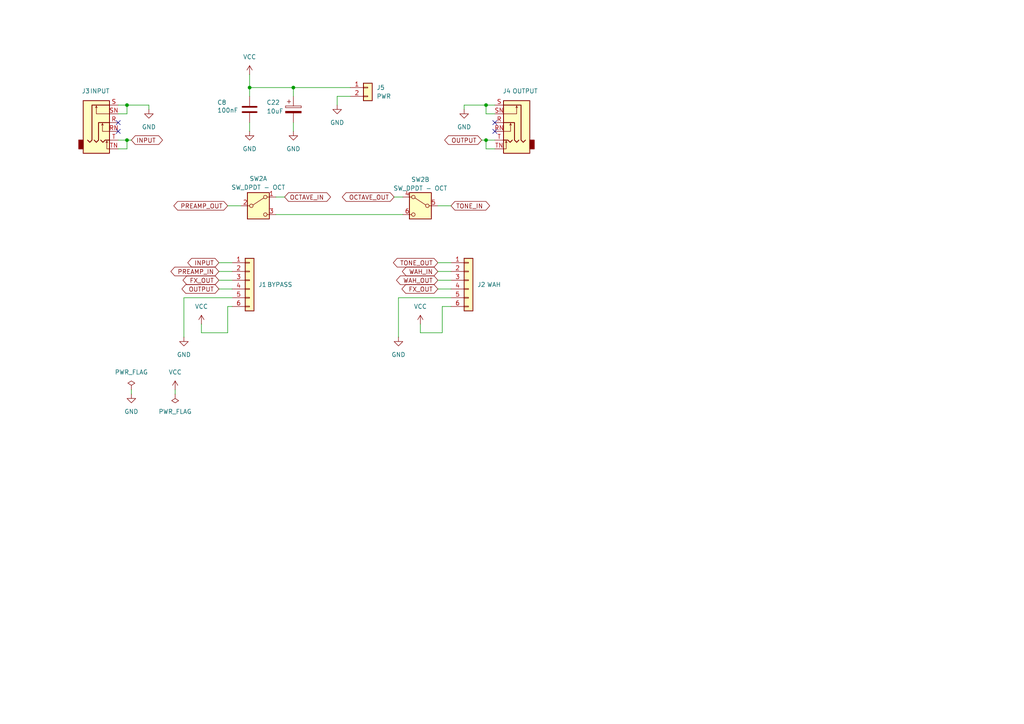
<source format=kicad_sch>
(kicad_sch (version 20250114) (generator "eeschema") (generator_version "9.0")
  (paper "A4")
  (lib_symbols
    (symbol "Connector_Audio:AudioJack3_Switch"
      (property "Reference" "J" (at 0 11.43 0))
      (property "Value" "AudioJack3_Switch" (at 0 8.89 0))
      (symbol "AudioJack3_Switch_0_1"
        (rectangle (start -5.08 -5.08) (end -6.35 -7.62) (stroke (width 0.254)) (fill (type outline)))
        (polyline (pts (xy -1.905 -5.08) (xy -1.27 -5.715) (xy -0.635 -5.08) (xy -0.635 0) (xy 2.54 0)) (stroke (width 0.254)))
        (polyline (pts (xy -1.27 4.826) (xy -1.016 4.318)))
        (polyline (pts (xy 0 -5.08) (xy 0.635 -5.715) (xy 1.27 -5.08) (xy 2.54 -5.08)) (stroke (width 0.254)))
        (polyline (pts (xy 0.508 -0.254) (xy 0.762 -0.762)))
        (polyline (pts (xy 1.778 -5.334) (xy 2.032 -5.842)))
        (rectangle (start 2.54 6.35) (end -5.08 -8.89) (stroke (width 0.254)) (fill (type background)))
        (polyline (pts (xy 2.54 5.08) (xy -2.54 5.08) (xy -2.54 -5.08) (xy -3.175 -5.715) (xy -3.81 -5.08)) (stroke (width 0.254)))
        (polyline (pts (xy 2.54 2.54) (xy -1.27 2.54) (xy -1.27 4.826) (xy -1.524 4.318)))
        (polyline (pts (xy 2.54 -2.54) (xy 0.508 -2.54) (xy 0.508 -0.254) (xy 0.254 -0.762)))
        (polyline (pts (xy 2.54 -7.62) (xy 1.778 -7.62) (xy 1.778 -5.334) (xy 1.524 -5.842)))
      )
      (symbol "AudioJack3_Switch_1_1"
        (pin passive line (at 5.08 5.08 180) (length 2.54) (name "~") (number "S"))
        (pin passive line (at 5.08 2.54 180) (length 2.54) (name "~") (number "SN"))
        (pin passive line (at 5.08 0 180) (length 2.54) (name "~") (number "R"))
        (pin passive line (at 5.08 -2.54 180) (length 2.54) (name "~") (number "RN"))
        (pin passive line (at 5.08 -5.08 180) (length 2.54) (name "~") (number "T"))
        (pin passive line (at 5.08 -7.62 180) (length 2.54) (name "~") (number "TN"))
      )
    )
    (symbol "Connector_Generic:Conn_01x02" (pin_names (offset 1.016) (hide yes))
      (property "Reference" "J" (at 0 2.54 0))
      (property "Value" "Conn_01x02" (at 0 -5.08 0))
      (symbol "Conn_01x02_1_1"
        (rectangle (start -1.27 1.27) (end 1.27 -3.81) (stroke (width 0.254)) (fill (type background)))
        (rectangle (start -1.27 0.127) (end 0 -0.127) (stroke (width 0.1524)))
        (rectangle (start -1.27 -2.413) (end 0 -2.667) (stroke (width 0.1524)))
        (pin passive line (at -5.08 0 0) (length 3.81) (name "Pin_1") (number "1"))
        (pin passive line (at -5.08 -2.54 0) (length 3.81) (name "Pin_2") (number "2"))
      )
    )
    (symbol "Connector_Generic:Conn_01x06" (pin_names (offset 1.016) (hide yes))
      (property "Reference" "J" (at 0 7.62 0))
      (property "Value" "Conn_01x06" (at 0 -10.16 0))
      (symbol "Conn_01x06_1_1"
        (rectangle (start -1.27 6.35) (end 1.27 -8.89) (stroke (width 0.254)) (fill (type background)))
        (rectangle (start -1.27 5.207) (end 0 4.953) (stroke (width 0.1524)))
        (rectangle (start -1.27 2.667) (end 0 2.413) (stroke (width 0.1524)))
        (rectangle (start -1.27 0.127) (end 0 -0.127) (stroke (width 0.1524)))
        (rectangle (start -1.27 -2.413) (end 0 -2.667) (stroke (width 0.1524)))
        (rectangle (start -1.27 -4.953) (end 0 -5.207) (stroke (width 0.1524)))
        (rectangle (start -1.27 -7.493) (end 0 -7.747) (stroke (width 0.1524)))
        (pin passive line (at -5.08 5.08 0) (length 3.81) (name "Pin_1") (number "1"))
        (pin passive line (at -5.08 2.54 0) (length 3.81) (name "Pin_2") (number "2"))
        (pin passive line (at -5.08 0 0) (length 3.81) (name "Pin_3") (number "3"))
        (pin passive line (at -5.08 -2.54 0) (length 3.81) (name "Pin_4") (number "4"))
        (pin passive line (at -5.08 -5.08 0) (length 3.81) (name "Pin_5") (number "5"))
        (pin passive line (at -5.08 -7.62 0) (length 3.81) (name "Pin_6") (number "6"))
      )
    )
    (symbol "Device:C" (pin_numbers (hide yes)) (pin_names (offset 0.254))
      (property "Reference" "C" (at 0.635 2.54 0))
      (property "Value" "C" (at 0.635 -2.54 0))
      (symbol "C_0_1"
        (polyline (pts (xy -2.032 0.762) (xy 2.032 0.762)) (stroke (width 0.508)))
        (polyline (pts (xy -2.032 -0.762) (xy 2.032 -0.762)) (stroke (width 0.508)))
      )
      (symbol "C_1_1"
        (pin passive line (at 0 3.81 270) (length 2.794) (name "~") (number "1"))
        (pin passive line (at 0 -3.81 90) (length 2.794) (name "~") (number "2"))
      )
    )
    (symbol "Device:C_Polarized" (pin_numbers (hide yes)) (pin_names (offset 0.254))
      (property "Reference" "C" (at 0.635 2.54 0))
      (property "Value" "C_Polarized" (at 0.635 -2.54 0))
      (symbol "C_Polarized_0_1"
        (rectangle (start -2.286 0.508) (end 2.286 1.016))
        (polyline (pts (xy -1.778 2.286) (xy -0.762 2.286)))
        (polyline (pts (xy -1.27 2.794) (xy -1.27 1.778)))
        (rectangle (start 2.286 -0.508) (end -2.286 -1.016) (fill (type outline)))
      )
      (symbol "C_Polarized_1_1"
        (pin passive line (at 0 3.81 270) (length 2.794) (name "~") (number "1"))
        (pin passive line (at 0 -3.81 90) (length 2.794) (name "~") (number "2"))
      )
    )
    (symbol "Switch:SW_DPDT_x2" (pin_names (offset 0) (hide yes))
      (property "Reference" "SW" (at 0 5.08 0))
      (property "Value" "SW_DPDT_x2" (at 0 -5.08 0))
      (symbol "SW_DPDT_x2_0_0"
        (circle (center -2.032 0) (radius 0.508))
        (circle (center 2.032 -2.54) (radius 0.508))
      )
      (symbol "SW_DPDT_x2_0_1"
        (rectangle (start -3.175 3.81) (end 3.175 -3.81) (stroke (width 0.254)) (fill (type background)))
        (polyline (pts (xy -1.524 0.254) (xy 1.5748 2.286)))
        (circle (center 2.032 2.54) (radius 0.508))
      )
      (symbol "SW_DPDT_x2_1_1"
        (pin passive line (at -5.08 0 0) (length 2.54) (name "B") (number "2"))
        (pin passive line (at 5.08 2.54 180) (length 2.54) (name "A") (number "1"))
        (pin passive line (at 5.08 -2.54 180) (length 2.54) (name "C") (number "3"))
      )
      (symbol "SW_DPDT_x2_2_1"
        (pin passive line (at -5.08 0 0) (length 2.54) (name "B") (number "5"))
        (pin passive line (at 5.08 2.54 180) (length 2.54) (name "A") (number "4"))
        (pin passive line (at 5.08 -2.54 180) (length 2.54) (name "C") (number "6"))
      )
    )
    (symbol "power:GND" (power) (pin_numbers (hide yes)) (pin_names (offset 0) (hide yes))
      (property "Value" "GND" (at 0 -3.81 0))
      (symbol "GND_0_1"
        (polyline (pts (xy 0 0) (xy 0 -1.27) (xy 1.27 -1.27) (xy 0 -2.54) (xy -1.27 -1.27) (xy 0 -1.27)))
      )
      (symbol "GND_1_1"
        (pin power_in line (at 0 0 270) (length 0) (name "~") (number "1"))
      )
    )
    (symbol "power:PWR_FLAG" (power) (pin_numbers (hide yes)) (pin_names (offset 0) (hide yes))
      (property "Value" "PWR_FLAG" (at 0 3.81 0))
      (symbol "PWR_FLAG_0_0"
        (pin power_out line (at 0 0 90) (length 0) (name "~") (number "1"))
      )
      (symbol "PWR_FLAG_0_1"
        (polyline (pts (xy 0 0) (xy 0 1.27) (xy -1.016 1.905) (xy 0 2.54) (xy 1.016 1.905) (xy 0 1.27)))
      )
    )
    (symbol "power:VCC" (power) (pin_numbers (hide yes)) (pin_names (offset 0) (hide yes))
      (property "Value" "VCC" (at 0 3.556 0))
      (symbol "VCC_0_1"
        (polyline (pts (xy -0.762 1.27) (xy 0 2.54)))
        (polyline (pts (xy 0 2.54) (xy 0.762 1.27)))
        (polyline (pts (xy 0 0) (xy 0 2.54)))
      )
      (symbol "VCC_1_1"
        (pin power_in line (at 0 0 90) (length 0) (name "~") (number "1"))
      )
    )
  )
  (junction (at 36.83 30.48))
  (junction (at 72.39 25.4))
  (junction (at 140.97 30.48))
  (junction (at 85.09 25.4))
  (junction (at 36.83 40.64))
  (junction (at 140.97 40.64))
  (no_connect (at 34.29 35.56))
  (no_connect (at 143.51 35.56))
  (no_connect (at 143.51 38.1))
  (no_connect (at 34.29 38.1))
  (wire (pts (xy 140.97 30.48) (xy 134.62 30.48)))
  (wire (pts (xy 143.51 30.48) (xy 140.97 30.48)))
  (wire (pts (xy 143.51 40.64) (xy 140.97 40.64)))
  (wire (pts (xy 134.62 30.48) (xy 134.62 31.75)))
  (wire (pts (xy 115.57 86.36) (xy 115.57 97.79)))
  (wire (pts (xy 50.8 113.03) (xy 50.8 114.3)))
  (wire (pts (xy 66.04 59.69) (xy 69.85 59.69)))
  (wire (pts (xy 80.01 57.15) (xy 82.55 57.15)))
  (wire (pts (xy 143.51 33.02) (xy 140.97 33.02)))
  (wire (pts (xy 72.39 21.59) (xy 72.39 25.4)))
  (wire (pts (xy 53.34 86.36) (xy 53.34 97.79)))
  (wire (pts (xy 66.04 96.52) (xy 66.04 88.9)))
  (wire (pts (xy 85.09 25.4) (xy 85.09 27.94)))
  (wire (pts (xy 101.6 27.94) (xy 97.79 27.94)))
  (wire (pts (xy 58.42 96.52) (xy 66.04 96.52)))
  (wire (pts (xy 36.83 30.48) (xy 43.18 30.48)))
  (wire (pts (xy 53.34 86.36) (xy 67.31 86.36)))
  (wire (pts (xy 143.51 43.18) (xy 140.97 43.18)))
  (wire (pts (xy 128.27 88.9) (xy 128.27 96.52)))
  (wire (pts (xy 121.92 96.52) (xy 121.92 93.98)))
  (wire (pts (xy 114.3 57.15) (xy 116.84 57.15)))
  (wire (pts (xy 34.29 43.18) (xy 36.83 43.18)))
  (wire (pts (xy 43.18 30.48) (xy 43.18 31.75)))
  (wire (pts (xy 36.83 40.64) (xy 38.1 40.64)))
  (wire (pts (xy 72.39 25.4) (xy 85.09 25.4)))
  (wire (pts (xy 85.09 25.4) (xy 101.6 25.4)))
  (wire (pts (xy 34.29 33.02) (xy 36.83 33.02)))
  (wire (pts (xy 128.27 96.52) (xy 121.92 96.52)))
  (wire (pts (xy 34.29 40.64) (xy 36.83 40.64)))
  (wire (pts (xy 130.81 88.9) (xy 128.27 88.9)))
  (wire (pts (xy 127 59.69) (xy 130.81 59.69)))
  (wire (pts (xy 80.01 62.23) (xy 116.84 62.23)))
  (wire (pts (xy 66.04 88.9) (xy 67.31 88.9)))
  (wire (pts (xy 115.57 86.36) (xy 130.81 86.36)))
  (wire (pts (xy 34.29 30.48) (xy 36.83 30.48)))
  (wire (pts (xy 140.97 43.18) (xy 140.97 40.64)))
  (wire (pts (xy 63.5 81.28) (xy 67.31 81.28)))
  (wire (pts (xy 85.09 35.56) (xy 85.09 38.1)))
  (wire (pts (xy 72.39 35.56) (xy 72.39 38.1)))
  (wire (pts (xy 140.97 33.02) (xy 140.97 30.48)))
  (wire (pts (xy 63.5 78.74) (xy 67.31 78.74)))
  (wire (pts (xy 97.79 27.94) (xy 97.79 30.48)))
  (wire (pts (xy 63.5 76.2) (xy 67.31 76.2)))
  (wire (pts (xy 36.83 33.02) (xy 36.83 30.48)))
  (wire (pts (xy 127 81.28) (xy 130.81 81.28)))
  (wire (pts (xy 140.97 40.64) (xy 139.7 40.64)))
  (wire (pts (xy 127 83.82) (xy 130.81 83.82)))
  (wire (pts (xy 63.5 83.82) (xy 67.31 83.82)))
  (wire (pts (xy 36.83 43.18) (xy 36.83 40.64)))
  (wire (pts (xy 127 76.2) (xy 130.81 76.2)))
  (wire (pts (xy 127 78.74) (xy 130.81 78.74)))
  (wire (pts (xy 58.42 93.98) (xy 58.42 96.52)))
  (wire (pts (xy 38.1 113.03) (xy 38.1 114.3)))
  (wire (pts (xy 72.39 27.94) (xy 72.39 25.4)))
  (global_label "OCTAVE_IN" (shape bidirectional) (at 82.55 57.15 0) (property "Intersheetrefs" "${INTERSHEET_REFS}" (effects (hide yes))))
  (global_label "PREAMP_IN" (shape bidirectional) (at 63.5 78.74 180) (property "Intersheetrefs" "${INTERSHEET_REFS}" (effects (hide yes))))
  (global_label "INPUT" (shape bidirectional) (at 38.1 40.64 0) (property "Intersheetrefs" "${INTERSHEET_REFS}" (effects (hide yes))))
  (global_label "TONE_IN" (shape bidirectional) (at 130.81 59.69 0) (property "Intersheetrefs" "${INTERSHEET_REFS}" (effects (hide yes))))
  (global_label "INPUT" (shape bidirectional) (at 63.5 76.2 180) (property "Intersheetrefs" "${INTERSHEET_REFS}" (effects (hide yes))))
  (global_label "OUTPUT" (shape bidirectional) (at 63.5 83.82 180) (property "Intersheetrefs" "${INTERSHEET_REFS}" (effects (hide yes))))
  (global_label "OUTPUT" (shape bidirectional) (at 139.7 40.64 180) (property "Intersheetrefs" "${INTERSHEET_REFS}" (effects (hide yes))))
  (global_label "WAH_IN" (shape bidirectional) (at 127 78.74 180) (property "Intersheetrefs" "${INTERSHEET_REFS}" (effects (hide yes))))
  (global_label "WAH_OUT" (shape bidirectional) (at 127 81.28 180) (property "Intersheetrefs" "${INTERSHEET_REFS}" (effects (hide yes))))
  (global_label "TONE_OUT" (shape bidirectional) (at 127 76.2 180) (property "Intersheetrefs" "${INTERSHEET_REFS}" (effects (hide yes))))
  (global_label "OCTAVE_OUT" (shape bidirectional) (at 114.3 57.15 180) (property "Intersheetrefs" "${INTERSHEET_REFS}" (effects (hide yes))))
  (global_label "FX_OUT" (shape bidirectional) (at 63.5 81.28 180) (property "Intersheetrefs" "${INTERSHEET_REFS}" (effects (hide yes))))
  (global_label "FX_OUT" (shape bidirectional) (at 127 83.82 180) (property "Intersheetrefs" "${INTERSHEET_REFS}" (effects (hide yes))))
  (global_label "PREAMP_OUT" (shape bidirectional) (at 66.04 59.69 180) (property "Intersheetrefs" "${INTERSHEET_REFS}" (effects (hide yes))))
  (symbol (lib_id "power:PWR_FLAG") (at 38.1 113.03 0) (unit 1)
    (property "Reference" "#FLG01" (effects (hide yes)))
    (property "Value" "PWR_FLAG" (at 38.1 107.95 0))
    (property "Description" "Special symbol for telling ERC where power comes from" (effects (hide yes)))
  )
  (symbol (lib_id "Connector_Generic:Conn_01x02") (at 106.68 25.4 0) (unit 1)
    (property "Reference" "J5" (at 109.22 25.3999 0) (effects (justify left)))
    (property "Value" "PWR" (at 109.22 27.9399 0) (effects (justify left)))
    (property "Footprint" "Connector_PinHeader_2.54mm:PinHeader_1x02_P2.54mm_Vertical" (effects (hide yes)))
    (property "Description" "Generic connector, single row, 01x02, script generated (kicad-library-utils/schlib/autogen/connector/)" (effects (hide yes)))
  )
  (symbol (lib_id "Device:C") (at 72.39 31.75 0) (unit 1)
    (property "Reference" "C8" (at 62.992 29.718 0) (effects (justify left)))
    (property "Value" "100nF" (at 62.992 32.004 0) (effects (justify left)))
    (property "Footprint" "Capacitor_THT:C_Disc_D5.1mm_W3.2mm_P5.00mm" (effects (hide yes)))
  )
  (symbol (lib_id "Connector_Audio:AudioJack3_Switch") (at 29.21 35.56 0) (unit 1)
    (property "Reference" "J3" (at 24.892 26.416 0))
    (property "Value" "INPUT" (at 28.956 26.416 0))
    (property "Footprint" "Connector_Audio:Jack_6.35mm_Neutrik_NMJ6HCD3_Horizontal" (effects (hide yes)))
    (property "Description" "Audio Jack, 3 Poles (Stereo / TRS), Switched Poles (Normalling)" (effects (hide yes)))
  )
  (symbol (lib_id "power:VCC") (at 72.39 21.59 0) (unit 1)
    (property "Reference" "#PWR039" (effects (hide yes)))
    (property "Value" "VCC" (at 72.39 16.51 0))
    (property "Description" "Power symbol creates a global label with name \"VCC\"" (effects (hide yes)))
  )
  (symbol (lib_id "Connector_Generic:Conn_01x06") (at 135.89 81.28 0) (unit 1)
    (property "Reference" "J2" (at 138.43 82.5499 0) (effects (justify left)))
    (property "Value" "WAH" (at 141.224 82.55 0) (effects (justify left)))
    (property "Footprint" "Connector_PinHeader_2.54mm:PinHeader_1x06_P2.54mm_Vertical" (effects (hide yes)))
    (property "Description" "Generic connector, single row, 01x06, script generated (kicad-library-utils/schlib/autogen/connector/)" (effects (hide yes)))
  )
  (symbol (lib_id "power:GND") (at 72.39 38.1 0) (mirror y) (unit 1)
    (property "Reference" "#PWR050" (effects (hide yes)))
    (property "Value" "GND" (at 72.39 43.18 0))
    (property "Description" "Power symbol creates a global label with name \"GND\" , ground" (effects (hide yes)))
  )
  (symbol (lib_id "power:GND") (at 85.09 38.1 0) (mirror y) (unit 1)
    (property "Reference" "#PWR049" (effects (hide yes)))
    (property "Value" "GND" (at 85.09 43.18 0))
    (property "Description" "Power symbol creates a global label with name \"GND\" , ground" (effects (hide yes)))
  )
  (symbol (lib_id "power:PWR_FLAG") (at 50.8 114.3 180) (unit 1)
    (property "Reference" "#FLG02" (effects (hide yes)))
    (property "Value" "PWR_FLAG" (at 50.8 119.38 0))
    (property "Description" "Special symbol for telling ERC where power comes from" (effects (hide yes)))
  )
  (symbol (lib_id "power:GND") (at 38.1 114.3 0) (unit 1)
    (property "Reference" "#PWR045" (effects (hide yes)))
    (property "Value" "GND" (at 38.1 119.38 0))
    (property "Description" "Power symbol creates a global label with name \"GND\" , ground" (effects (hide yes)))
  )
  (symbol (lib_id "power:VCC") (at 50.8 113.03 0) (unit 1)
    (property "Reference" "#PWR046" (effects (hide yes)))
    (property "Value" "VCC" (at 50.8 107.95 0))
    (property "Description" "Power symbol creates a global label with name \"VCC\"" (effects (hide yes)))
  )
  (symbol (lib_id "Switch:SW_DPDT_x2") (at 74.93 59.69 0) (unit 1)
    (property "Reference" "SW2" (at 74.93 51.816 0))
    (property "Value" "SW_DPDT - OCT" (at 74.93 54.356 0))
    (property "Footprint" "DIY_jorge:SW_DPDT" (effects (hide yes)))
    (property "Description" "Switch, dual pole double throw, separate symbols" (effects (hide yes)))
  )
  (symbol (lib_id "Connector_Audio:AudioJack3_Switch") (at 148.59 35.56 0) (mirror y) (unit 1)
    (property "Reference" "J4" (at 145.796 26.416 0) (effects (justify right)))
    (property "Value" "OUTPUT" (at 148.59 26.416 0) (effects (justify right)))
    (property "Footprint" "Connector_Audio:Jack_6.35mm_Neutrik_NMJ6HCD3_Horizontal" (effects (hide yes)))
    (property "Description" "Audio Jack, 3 Poles (Stereo / TRS), Switched Poles (Normalling)" (effects (hide yes)))
  )
  (symbol (lib_id "Connector_Generic:Conn_01x06") (at 72.39 81.28 0) (unit 1)
    (property "Reference" "J1" (at 74.93 82.5499 0) (effects (justify left)))
    (property "Value" "BYPASS" (at 77.47 82.55 0) (effects (justify left)))
    (property "Footprint" "Connector_PinHeader_2.54mm:PinHeader_1x06_P2.54mm_Vertical" (effects (hide yes)))
    (property "Description" "Generic connector, single row, 01x06, script generated (kicad-library-utils/schlib/autogen/connector/)" (effects (hide yes)))
  )
  (symbol (lib_id "power:GND") (at 134.62 31.75 0) (mirror y) (unit 1)
    (property "Reference" "#PWR044" (effects (hide yes)))
    (property "Value" "GND" (at 134.62 36.83 0))
    (property "Description" "Power symbol creates a global label with name \"GND\" , ground" (effects (hide yes)))
  )
  (symbol (lib_id "power:VCC") (at 121.92 93.98 0) (unit 1)
    (property "Reference" "#PWR041" (effects (hide yes)))
    (property "Value" "VCC" (at 121.92 88.9 0))
    (property "Description" "Power symbol creates a global label with name \"VCC\"" (effects (hide yes)))
  )
  (symbol (lib_id "Device:C_Polarized") (at 85.09 31.75 0) (unit 1)
    (property "Reference" "C22" (at 79.248 29.718 0))
    (property "Value" "10uF" (at 79.756 32.258 0))
    (property "Footprint" "Capacitor_THT:CP_Radial_D5.0mm_P2.00mm" (effects (hide yes)))
  )
  (symbol (lib_id "power:GND") (at 53.34 97.79 0) (unit 1)
    (property "Reference" "#PWR037" (effects (hide yes)))
    (property "Value" "GND" (at 53.34 102.87 0))
    (property "Description" "Power symbol creates a global label with name \"GND\" , ground" (effects (hide yes)))
  )
  (symbol (lib_id "power:GND") (at 43.18 31.75 0) (unit 1)
    (property "Reference" "#PWR043" (effects (hide yes)))
    (property "Value" "GND" (at 43.18 36.83 0))
    (property "Description" "Power symbol creates a global label with name \"GND\" , ground" (effects (hide yes)))
  )
  (symbol (lib_id "Switch:SW_DPDT_x2") (at 121.92 59.69 0) (mirror y) (unit 2)
    (property "Reference" "SW2" (at 121.92 52.07 0))
    (property "Value" "SW_DPDT - OCT" (at 121.92 54.61 0))
    (property "Footprint" "DIY_jorge:SW_DPDT" (effects (hide yes)))
    (property "Description" "Switch, dual pole double throw, separate symbols" (effects (hide yes)))
  )
  (symbol (lib_id "power:VCC") (at 58.42 93.98 0) (unit 1)
    (property "Reference" "#PWR038" (effects (hide yes)))
    (property "Value" "VCC" (at 58.42 88.9 0))
    (property "Description" "Power symbol creates a global label with name \"VCC\"" (effects (hide yes)))
  )
  (symbol (lib_id "power:GND") (at 97.79 30.48 0) (mirror y) (unit 1)
    (property "Reference" "#PWR048" (effects (hide yes)))
    (property "Value" "GND" (at 97.79 35.56 0))
    (property "Description" "Power symbol creates a global label with name \"GND\" , ground" (effects (hide yes)))
  )
  (symbol (lib_id "power:GND") (at 115.57 97.79 0) (unit 1)
    (property "Reference" "#PWR042" (effects (hide yes)))
    (property "Value" "GND" (at 115.57 102.87 0))
    (property "Description" "Power symbol creates a global label with name \"GND\" , ground" (effects (hide yes)))
  )
)
</source>
